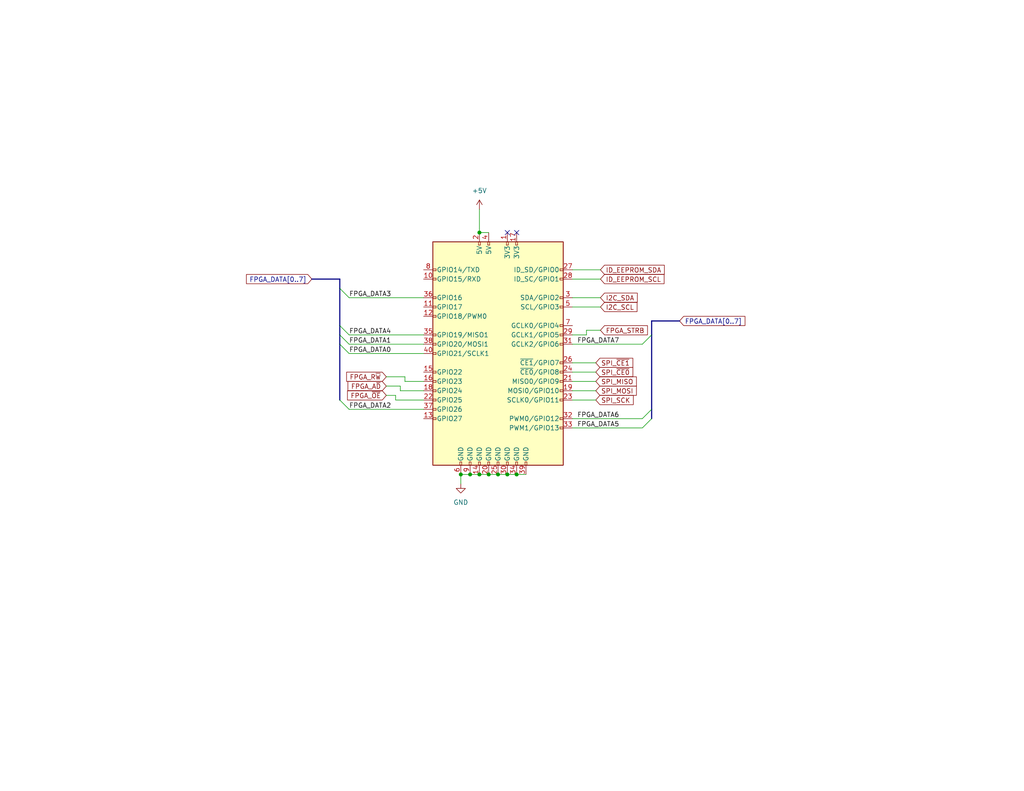
<source format=kicad_sch>
(kicad_sch (version 20230121) (generator eeschema)
  (paper "USLetter")
  (lib_symbols
    (symbol "Connector:Raspberry_Pi_2_3" (pin_names (offset 1.016))
      (property "Reference" "J" (at -17.78 31.75 0))
      (property "Value" "Raspberry_Pi_2_3" (at 10.16 -31.75 0))
      (symbol "Raspberry_Pi_2_3_0_1"
        (rectangle (start -17.78 30.48) (end 17.78 -30.48) (stroke (width 0.254)) (fill (type background)))
      )
      (symbol "Raspberry_Pi_2_3_1_1"
        (rectangle (start -16.891 -17.526) (end -17.78 -18.034))
        (rectangle (start -16.891 -14.986) (end -17.78 -15.494))
        (rectangle (start -16.891 -12.446) (end -17.78 -12.954))
        (rectangle (start -16.891 -9.906) (end -17.78 -10.414))
        (rectangle (start -16.891 -7.366) (end -17.78 -7.874))
        (rectangle (start -16.891 -4.826) (end -17.78 -5.334))
        (rectangle (start -16.891 0.254) (end -17.78 -0.254))
        (rectangle (start -16.891 2.794) (end -17.78 2.286))
        (rectangle (start -16.891 5.334) (end -17.78 4.826))
        (rectangle (start -16.891 10.414) (end -17.78 9.906))
        (rectangle (start -16.891 12.954) (end -17.78 12.446))
        (rectangle (start -16.891 15.494) (end -17.78 14.986))
        (rectangle (start -16.891 20.574) (end -17.78 20.066))
        (rectangle (start -16.891 23.114) (end -17.78 22.606))
        (rectangle (start -10.414 -29.591) (end -9.906 -30.48))
        (rectangle (start -7.874 -29.591) (end -7.366 -30.48))
        (rectangle (start -5.334 -29.591) (end -4.826 -30.48))
        (rectangle (start -5.334 30.48) (end -4.826 29.591))
        (rectangle (start -2.794 -29.591) (end -2.286 -30.48))
        (rectangle (start -2.794 30.48) (end -2.286 29.591))
        (rectangle (start -0.254 -29.591) (end 0.254 -30.48))
        (rectangle (start 2.286 -29.591) (end 2.794 -30.48))
        (rectangle (start 2.286 30.48) (end 2.794 29.591))
        (rectangle (start 4.826 -29.591) (end 5.334 -30.48))
        (rectangle (start 4.826 30.48) (end 5.334 29.591))
        (rectangle (start 7.366 -29.591) (end 7.874 -30.48))
        (rectangle (start 17.78 -20.066) (end 16.891 -20.574))
        (rectangle (start 17.78 -17.526) (end 16.891 -18.034))
        (rectangle (start 17.78 -12.446) (end 16.891 -12.954))
        (rectangle (start 17.78 -9.906) (end 16.891 -10.414))
        (rectangle (start 17.78 -7.366) (end 16.891 -7.874))
        (rectangle (start 17.78 -4.826) (end 16.891 -5.334))
        (rectangle (start 17.78 -2.286) (end 16.891 -2.794))
        (rectangle (start 17.78 2.794) (end 16.891 2.286))
        (rectangle (start 17.78 5.334) (end 16.891 4.826))
        (rectangle (start 17.78 7.874) (end 16.891 7.366))
        (rectangle (start 17.78 12.954) (end 16.891 12.446))
        (rectangle (start 17.78 15.494) (end 16.891 14.986))
        (rectangle (start 17.78 20.574) (end 16.891 20.066))
        (rectangle (start 17.78 23.114) (end 16.891 22.606))
        (pin power_in line (at 2.54 33.02 270) (length 2.54) (name "3V3") (number "1"))
        (pin bidirectional line (at -20.32 20.32 0) (length 2.54) (name "GPIO15/RXD") (number "10"))
        (pin bidirectional line (at -20.32 12.7 0) (length 2.54) (name "GPIO17") (number "11"))
        (pin bidirectional line (at -20.32 10.16 0) (length 2.54) (name "GPIO18/PWM0") (number "12"))
        (pin bidirectional line (at -20.32 -17.78 0) (length 2.54) (name "GPIO27") (number "13"))
        (pin power_in line (at -5.08 -33.02 90) (length 2.54) (name "GND") (number "14"))
        (pin bidirectional line (at -20.32 -5.08 0) (length 2.54) (name "GPIO22") (number "15"))
        (pin bidirectional line (at -20.32 -7.62 0) (length 2.54) (name "GPIO23") (number "16"))
        (pin power_in line (at 5.08 33.02 270) (length 2.54) (name "3V3") (number "17"))
        (pin bidirectional line (at -20.32 -10.16 0) (length 2.54) (name "GPIO24") (number "18"))
        (pin bidirectional line (at 20.32 -10.16 180) (length 2.54) (name "MOSI0/GPIO10") (number "19"))
        (pin power_in line (at -5.08 33.02 270) (length 2.54) (name "5V") (number "2"))
        (pin power_in line (at -2.54 -33.02 90) (length 2.54) (name "GND") (number "20"))
        (pin bidirectional line (at 20.32 -7.62 180) (length 2.54) (name "MISO0/GPIO9") (number "21"))
        (pin bidirectional line (at -20.32 -12.7 0) (length 2.54) (name "GPIO25") (number "22"))
        (pin bidirectional line (at 20.32 -12.7 180) (length 2.54) (name "SCLK0/GPIO11") (number "23"))
        (pin bidirectional line (at 20.32 -5.08 180) (length 2.54) (name "~{CE0}/GPIO8") (number "24"))
        (pin power_in line (at 0 -33.02 90) (length 2.54) (name "GND") (number "25"))
        (pin bidirectional line (at 20.32 -2.54 180) (length 2.54) (name "~{CE1}/GPIO7") (number "26"))
        (pin bidirectional line (at 20.32 22.86 180) (length 2.54) (name "ID_SD/GPIO0") (number "27"))
        (pin bidirectional line (at 20.32 20.32 180) (length 2.54) (name "ID_SC/GPIO1") (number "28"))
        (pin bidirectional line (at 20.32 5.08 180) (length 2.54) (name "GCLK1/GPIO5") (number "29"))
        (pin bidirectional line (at 20.32 15.24 180) (length 2.54) (name "SDA/GPIO2") (number "3"))
        (pin power_in line (at 2.54 -33.02 90) (length 2.54) (name "GND") (number "30"))
        (pin bidirectional line (at 20.32 2.54 180) (length 2.54) (name "GCLK2/GPIO6") (number "31"))
        (pin bidirectional line (at 20.32 -17.78 180) (length 2.54) (name "PWM0/GPIO12") (number "32"))
        (pin bidirectional line (at 20.32 -20.32 180) (length 2.54) (name "PWM1/GPIO13") (number "33"))
        (pin power_in line (at 5.08 -33.02 90) (length 2.54) (name "GND") (number "34"))
        (pin bidirectional line (at -20.32 5.08 0) (length 2.54) (name "GPIO19/MISO1") (number "35"))
        (pin bidirectional line (at -20.32 15.24 0) (length 2.54) (name "GPIO16") (number "36"))
        (pin bidirectional line (at -20.32 -15.24 0) (length 2.54) (name "GPIO26") (number "37"))
        (pin bidirectional line (at -20.32 2.54 0) (length 2.54) (name "GPIO20/MOSI1") (number "38"))
        (pin power_in line (at 7.62 -33.02 90) (length 2.54) (name "GND") (number "39"))
        (pin power_in line (at -2.54 33.02 270) (length 2.54) (name "5V") (number "4"))
        (pin bidirectional line (at -20.32 0 0) (length 2.54) (name "GPIO21/SCLK1") (number "40"))
        (pin bidirectional line (at 20.32 12.7 180) (length 2.54) (name "SCL/GPIO3") (number "5"))
        (pin power_in line (at -10.16 -33.02 90) (length 2.54) (name "GND") (number "6"))
        (pin bidirectional line (at 20.32 7.62 180) (length 2.54) (name "GCLK0/GPIO4") (number "7"))
        (pin bidirectional line (at -20.32 22.86 0) (length 2.54) (name "GPIO14/TXD") (number "8"))
        (pin power_in line (at -7.62 -33.02 90) (length 2.54) (name "GND") (number "9"))
      )
    )
    (symbol "power:+5V" (power) (pin_names (offset 0))
      (property "Value" "+5V" (at 0 3.556 0))
      (symbol "+5V_0_1"
        (polyline (pts (xy -0.762 1.27) (xy 0 2.54)))
        (polyline (pts (xy 0 0) (xy 0 2.54)))
        (polyline (pts (xy 0 2.54) (xy 0.762 1.27)))
      )
      (symbol "+5V_1_1"
        (pin power_in line (at 0 0 90) (length 0) hide (name "+5V") (number "1"))
      )
    )
    (symbol "power:GND" (power) (pin_names (offset 0))
      (property "Value" "GND" (at 0 -3.81 0))
      (symbol "GND_0_1"
        (polyline (pts (xy 0 0) (xy 0 -1.27) (xy 1.27 -1.27) (xy 0 -2.54) (xy -1.27 -1.27) (xy 0 -1.27)))
      )
      (symbol "GND_1_1"
        (pin power_in line (at 0 0 270) (length 0) hide (name "GND") (number "1"))
      )
    )
  )
  (junction (at 140.97 129.54))
  (junction (at 130.81 63.5))
  (junction (at 128.27 129.54))
  (junction (at 133.35 129.54))
  (junction (at 130.81 129.54))
  (junction (at 125.73 129.54))
  (junction (at 135.89 129.54))
  (junction (at 138.43 129.54))
  (no_connect (at 138.43 63.5))
  (no_connect (at 140.97 63.5))
  (bus_entry (at 92.71 88.9) (size 2.54 2.54))
  (bus_entry (at 177.8 91.44) (size -2.54 2.54))
  (bus_entry (at 92.71 91.44) (size 2.54 2.54))
  (bus_entry (at 177.8 114.3) (size -2.54 2.54))
  (bus_entry (at 92.71 93.98) (size 2.54 2.54))
  (bus_entry (at 92.71 78.74) (size 2.54 2.54))
  (bus_entry (at 177.8 111.76) (size -2.54 2.54))
  (bus_entry (at 92.71 109.22) (size 2.54 2.54))
  (wire (pts (xy 95.25 81.28) (xy 115.57 81.28)))
  (wire (pts (xy 95.25 96.52) (xy 115.57 96.52)))
  (wire (pts (xy 125.73 129.54) (xy 125.73 132.08)))
  (wire (pts (xy 156.21 99.06) (xy 162.56 99.06)))
  (wire (pts (xy 109.22 105.41) (xy 109.22 106.68)))
  (wire (pts (xy 133.35 129.54) (xy 135.89 129.54)))
  (wire (pts (xy 125.73 129.54) (xy 128.27 129.54)))
  (wire (pts (xy 110.49 104.14) (xy 115.57 104.14)))
  (bus (pts (xy 92.71 93.98) (xy 92.71 91.44)))
  (wire (pts (xy 95.25 93.98) (xy 115.57 93.98)))
  (wire (pts (xy 107.95 109.22) (xy 115.57 109.22)))
  (wire (pts (xy 130.81 57.15) (xy 130.81 63.5)))
  (wire (pts (xy 135.89 129.54) (xy 138.43 129.54)))
  (wire (pts (xy 156.21 114.3) (xy 175.26 114.3)))
  (wire (pts (xy 156.21 109.22) (xy 162.56 109.22)))
  (wire (pts (xy 156.21 83.82) (xy 163.83 83.82)))
  (bus (pts (xy 92.71 78.74) (xy 92.71 76.2)))
  (wire (pts (xy 107.95 107.95) (xy 105.41 107.95)))
  (bus (pts (xy 92.71 109.22) (xy 92.71 93.98)))
  (wire (pts (xy 160.02 91.44) (xy 160.02 90.17)))
  (bus (pts (xy 92.71 88.9) (xy 92.71 78.74)))
  (wire (pts (xy 156.21 76.2) (xy 163.83 76.2)))
  (wire (pts (xy 130.81 63.5) (xy 133.35 63.5)))
  (wire (pts (xy 156.21 73.66) (xy 163.83 73.66)))
  (bus (pts (xy 177.8 111.76) (xy 177.8 114.3)))
  (bus (pts (xy 177.8 87.63) (xy 185.42 87.63)))
  (wire (pts (xy 128.27 129.54) (xy 130.81 129.54)))
  (wire (pts (xy 156.21 106.68) (xy 162.56 106.68)))
  (wire (pts (xy 156.21 91.44) (xy 160.02 91.44)))
  (bus (pts (xy 177.8 91.44) (xy 177.8 87.63)))
  (wire (pts (xy 109.22 106.68) (xy 115.57 106.68)))
  (wire (pts (xy 140.97 129.54) (xy 143.51 129.54)))
  (bus (pts (xy 85.09 76.2) (xy 92.71 76.2)))
  (wire (pts (xy 156.21 81.28) (xy 163.83 81.28)))
  (bus (pts (xy 177.8 91.44) (xy 177.8 111.76)))
  (wire (pts (xy 105.41 102.87) (xy 110.49 102.87)))
  (wire (pts (xy 156.21 104.14) (xy 162.56 104.14)))
  (wire (pts (xy 107.95 107.95) (xy 107.95 109.22)))
  (wire (pts (xy 138.43 129.54) (xy 140.97 129.54)))
  (wire (pts (xy 130.81 129.54) (xy 133.35 129.54)))
  (wire (pts (xy 156.21 101.6) (xy 162.56 101.6)))
  (bus (pts (xy 92.71 91.44) (xy 92.71 88.9)))
  (wire (pts (xy 156.21 116.84) (xy 175.26 116.84)))
  (wire (pts (xy 160.02 90.17) (xy 163.83 90.17)))
  (wire (pts (xy 105.41 105.41) (xy 109.22 105.41)))
  (wire (pts (xy 156.21 93.98) (xy 175.26 93.98)))
  (wire (pts (xy 110.49 102.87) (xy 110.49 104.14)))
  (wire (pts (xy 95.25 111.76) (xy 115.57 111.76)))
  (wire (pts (xy 95.25 91.44) (xy 115.57 91.44)))
  (label "FPGA_DATA4" (at 95.25 91.44 0))
  (label "FPGA_DATA7" (at 157.48 93.98 0))
  (label "FPGA_DATA0" (at 95.25 96.52 0))
  (label "FPGA_DATA3" (at 95.25 81.28 0))
  (label "FPGA_DATA1" (at 95.25 93.98 0))
  (label "FPGA_DATA2" (at 95.25 111.76 0))
  (label "FPGA_DATA6" (at 157.48 114.3 0))
  (label "FPGA_DATA5" (at 157.48 116.84 0))
  (global_label "I2C_SDA" (shape input) (at 163.83 81.28 0) (property "Intersheetrefs" "${INTERSHEET_REFS}" (effects hide)))
  (global_label "FPGA_R~{W}" (shape input) (at 105.41 102.87 180) (property "Intersheetrefs" "${INTERSHEET_REFS}" (effects hide)))
  (global_label "FPGA_A~{D}" (shape input) (at 105.41 105.41 180) (property "Intersheetrefs" "${INTERSHEET_REFS}" (effects hide)))
  (global_label "ID_EEPROM_SDA" (shape input) (at 163.83 73.66 0) (property "Intersheetrefs" "${INTERSHEET_REFS}" (effects hide)))
  (global_label "SPI_SCK" (shape input) (at 162.56 109.22 0) (property "Intersheetrefs" "${INTERSHEET_REFS}" (effects hide)))
  (global_label "SPI_MISO" (shape input) (at 162.56 104.14 0) (property "Intersheetrefs" "${INTERSHEET_REFS}" (effects hide)))
  (global_label "FPGA_DATA[0..7]" (shape input) (at 85.09 76.2 180) (property "Intersheetrefs" "${INTERSHEET_REFS}" (effects hide)))
  (global_label "FPGA_DATA[0..7]" (shape input) (at 185.42 87.63 0) (property "Intersheetrefs" "${INTERSHEET_REFS}" (effects hide)))
  (global_label "SPI_MOSI" (shape input) (at 162.56 106.68 0) (property "Intersheetrefs" "${INTERSHEET_REFS}" (effects hide)))
  (global_label "FPGA_STRB" (shape input) (at 163.83 90.17 0) (property "Intersheetrefs" "${INTERSHEET_REFS}" (effects hide)))
  (global_label "SPI_~{CE1}" (shape input) (at 162.56 99.06 0) (property "Intersheetrefs" "${INTERSHEET_REFS}" (effects hide)))
  (global_label "I2C_SCL" (shape input) (at 163.83 83.82 0) (property "Intersheetrefs" "${INTERSHEET_REFS}" (effects hide)))
  (global_label "ID_EEPROM_SCL" (shape input) (at 163.83 76.2 0) (property "Intersheetrefs" "${INTERSHEET_REFS}" (effects hide)))
  (global_label "SPI_~{CE0}" (shape input) (at 162.56 101.6 0) (property "Intersheetrefs" "${INTERSHEET_REFS}" (effects hide)))
  (global_label "FPGA_~{OE}" (shape input) (at 105.41 107.95 180) (property "Intersheetrefs" "${INTERSHEET_REFS}" (effects hide)))
  (symbol (lib_id "power:GND") (at 125.73 132.08 0) (unit 1)
    (property "Reference" "#PWR03" (effects hide))
    (property "Value" "GND" (at 125.73 137.16 0))
  )
  (symbol (lib_id "Connector:Raspberry_Pi_2_3") (at 135.89 96.52 0) (unit 1)
    (property "Reference" "J1" (effects hide))
    (property "Value" "Raspberry_Pi_2_3" (effects hide))
    (property "Footprint" "Connector_PinSocket_2.54mm:PinSocket_2x20_P2.54mm_Vertical" (effects hide))
    (property "Datasheet" "https://www.raspberrypi.org/documentation/hardware/raspberrypi/schematics/rpi_SCH_3bplus_1p0_reduced.pdf" (effects hide))
  )
  (symbol (lib_id "power:+5V") (at 130.81 57.15 0) (unit 1)
    (property "Reference" "#PWR01" (effects hide))
    (property "Value" "+5V" (at 130.81 52.07 0))
  )
)
</source>
